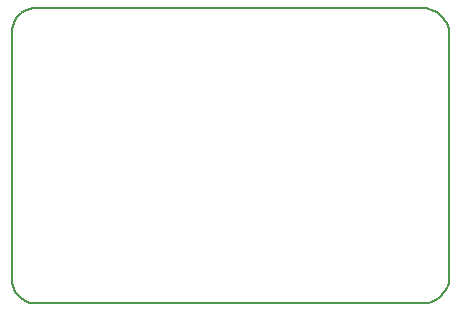
<source format=gm1>
G04*
G04 #@! TF.GenerationSoftware,Altium Limited,Altium Designer,21.0.9 (235)*
G04*
G04 Layer_Color=16711935*
%FSLAX25Y25*%
%MOIN*%
G70*
G04*
G04 #@! TF.SameCoordinates,B967F2C2-E6FC-4E05-9B2A-515C436140DF*
G04*
G04*
G04 #@! TF.FilePolarity,Positive*
G04*
G01*
G75*
%ADD10C,0.00787*%
D10*
X105315Y502953D02*
X104287Y502885D01*
X103277Y502684D01*
X102302Y502353D01*
X101378Y501898D01*
X100522Y501326D01*
X99747Y500646D01*
X99068Y499872D01*
X98496Y499016D01*
X98040Y498092D01*
X97709Y497117D01*
X97508Y496106D01*
X97441Y495079D01*
X243110Y494095D02*
X243055Y495086D01*
X242888Y496066D01*
X242613Y497020D01*
X242233Y497938D01*
X241753Y498807D01*
X241178Y499617D01*
X240516Y500358D01*
X239775Y501020D01*
X238965Y501595D01*
X238095Y502075D01*
X237178Y502456D01*
X236223Y502731D01*
X235244Y502897D01*
X234252Y502953D01*
Y404528D02*
X235244Y404583D01*
X236223Y404750D01*
X237178Y405025D01*
X238095Y405405D01*
X238965Y405885D01*
X239775Y406460D01*
X240516Y407122D01*
X241178Y407863D01*
X241753Y408673D01*
X242233Y409542D01*
X242613Y410460D01*
X242888Y411415D01*
X243055Y412394D01*
X243110Y413386D01*
X97441Y412402D02*
X97508Y411374D01*
X97709Y410364D01*
X98040Y409388D01*
X98496Y408465D01*
X99068Y407608D01*
X99747Y406834D01*
X100522Y406155D01*
X101378Y405583D01*
X102302Y405127D01*
X103277Y404796D01*
X104287Y404595D01*
X105315Y404528D01*
X97441Y412402D02*
Y495079D01*
X105315Y404528D02*
X234252D01*
X243110Y412402D02*
Y495079D01*
X105315Y502953D02*
X234252Y502953D01*
M02*

</source>
